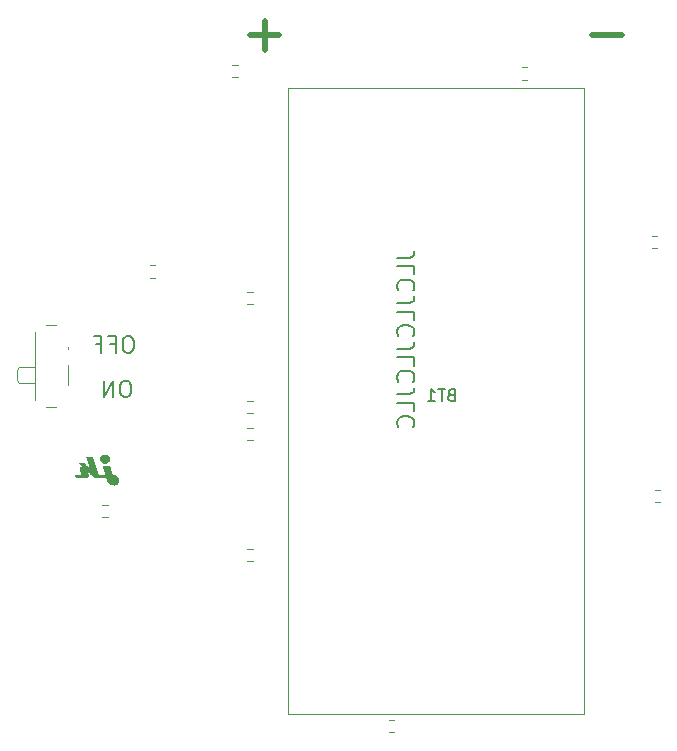
<source format=gbr>
%TF.GenerationSoftware,KiCad,Pcbnew,(5.1.10)-1*%
%TF.CreationDate,2021-12-02T14:30:59+01:00*%
%TF.ProjectId,TVZ_kuglica,54565a5f-6b75-4676-9c69-63612e6b6963,rev?*%
%TF.SameCoordinates,Original*%
%TF.FileFunction,Legend,Bot*%
%TF.FilePolarity,Positive*%
%FSLAX46Y46*%
G04 Gerber Fmt 4.6, Leading zero omitted, Abs format (unit mm)*
G04 Created by KiCad (PCBNEW (5.1.10)-1) date 2021-12-02 14:30:59*
%MOMM*%
%LPD*%
G01*
G04 APERTURE LIST*
%ADD10C,0.200000*%
%ADD11C,0.010000*%
%ADD12C,0.120000*%
%ADD13C,0.500000*%
%ADD14C,0.150000*%
G04 APERTURE END LIST*
D10*
X110616666Y-100983333D02*
X110350000Y-100983333D01*
X110216666Y-101050000D01*
X110083333Y-101183333D01*
X110016666Y-101450000D01*
X110016666Y-101916666D01*
X110083333Y-102183333D01*
X110216666Y-102316666D01*
X110350000Y-102383333D01*
X110616666Y-102383333D01*
X110750000Y-102316666D01*
X110883333Y-102183333D01*
X110950000Y-101916666D01*
X110950000Y-101450000D01*
X110883333Y-101183333D01*
X110750000Y-101050000D01*
X110616666Y-100983333D01*
X109416666Y-102383333D02*
X109416666Y-100983333D01*
X108616666Y-102383333D01*
X108616666Y-100983333D01*
X110833333Y-97233333D02*
X110566666Y-97233333D01*
X110433333Y-97300000D01*
X110300000Y-97433333D01*
X110233333Y-97700000D01*
X110233333Y-98166666D01*
X110300000Y-98433333D01*
X110433333Y-98566666D01*
X110566666Y-98633333D01*
X110833333Y-98633333D01*
X110966666Y-98566666D01*
X111100000Y-98433333D01*
X111166666Y-98166666D01*
X111166666Y-97700000D01*
X111100000Y-97433333D01*
X110966666Y-97300000D01*
X110833333Y-97233333D01*
X109166666Y-97900000D02*
X109633333Y-97900000D01*
X109633333Y-98633333D02*
X109633333Y-97233333D01*
X108966666Y-97233333D01*
X107966666Y-97900000D02*
X108433333Y-97900000D01*
X108433333Y-98633333D02*
X108433333Y-97233333D01*
X107766666Y-97233333D01*
X133428571Y-90571428D02*
X134500000Y-90571428D01*
X134714285Y-90500000D01*
X134857142Y-90357142D01*
X134928571Y-90142857D01*
X134928571Y-90000000D01*
X134928571Y-92000000D02*
X134928571Y-91285714D01*
X133428571Y-91285714D01*
X134785714Y-93357142D02*
X134857142Y-93285714D01*
X134928571Y-93071428D01*
X134928571Y-92928571D01*
X134857142Y-92714285D01*
X134714285Y-92571428D01*
X134571428Y-92500000D01*
X134285714Y-92428571D01*
X134071428Y-92428571D01*
X133785714Y-92500000D01*
X133642857Y-92571428D01*
X133500000Y-92714285D01*
X133428571Y-92928571D01*
X133428571Y-93071428D01*
X133500000Y-93285714D01*
X133571428Y-93357142D01*
X133428571Y-94428571D02*
X134500000Y-94428571D01*
X134714285Y-94357142D01*
X134857142Y-94214285D01*
X134928571Y-94000000D01*
X134928571Y-93857142D01*
X134928571Y-95857142D02*
X134928571Y-95142857D01*
X133428571Y-95142857D01*
X134785714Y-97214285D02*
X134857142Y-97142857D01*
X134928571Y-96928571D01*
X134928571Y-96785714D01*
X134857142Y-96571428D01*
X134714285Y-96428571D01*
X134571428Y-96357142D01*
X134285714Y-96285714D01*
X134071428Y-96285714D01*
X133785714Y-96357142D01*
X133642857Y-96428571D01*
X133500000Y-96571428D01*
X133428571Y-96785714D01*
X133428571Y-96928571D01*
X133500000Y-97142857D01*
X133571428Y-97214285D01*
X133428571Y-98285714D02*
X134500000Y-98285714D01*
X134714285Y-98214285D01*
X134857142Y-98071428D01*
X134928571Y-97857142D01*
X134928571Y-97714285D01*
X134928571Y-99714285D02*
X134928571Y-99000000D01*
X133428571Y-99000000D01*
X134785714Y-101071428D02*
X134857142Y-101000000D01*
X134928571Y-100785714D01*
X134928571Y-100642857D01*
X134857142Y-100428571D01*
X134714285Y-100285714D01*
X134571428Y-100214285D01*
X134285714Y-100142857D01*
X134071428Y-100142857D01*
X133785714Y-100214285D01*
X133642857Y-100285714D01*
X133500000Y-100428571D01*
X133428571Y-100642857D01*
X133428571Y-100785714D01*
X133500000Y-101000000D01*
X133571428Y-101071428D01*
X133428571Y-102142857D02*
X134500000Y-102142857D01*
X134714285Y-102071428D01*
X134857142Y-101928571D01*
X134928571Y-101714285D01*
X134928571Y-101571428D01*
X134928571Y-103571428D02*
X134928571Y-102857142D01*
X133428571Y-102857142D01*
X134785714Y-104928571D02*
X134857142Y-104857142D01*
X134928571Y-104642857D01*
X134928571Y-104500000D01*
X134857142Y-104285714D01*
X134714285Y-104142857D01*
X134571428Y-104071428D01*
X134285714Y-104000000D01*
X134071428Y-104000000D01*
X133785714Y-104071428D01*
X133642857Y-104142857D01*
X133500000Y-104285714D01*
X133428571Y-104500000D01*
X133428571Y-104642857D01*
X133500000Y-104857142D01*
X133571428Y-104928571D01*
D11*
%TO.C,G\u002A\u002A\u002A*%
G36*
X107338892Y-107426177D02*
G01*
X107280420Y-107426556D01*
X107235129Y-107427253D01*
X107201672Y-107428322D01*
X107178703Y-107429818D01*
X107164874Y-107431792D01*
X107158840Y-107434301D01*
X107158436Y-107436184D01*
X107161260Y-107444930D01*
X107168336Y-107467349D01*
X107179201Y-107501955D01*
X107193393Y-107547262D01*
X107210447Y-107601786D01*
X107229902Y-107664039D01*
X107251293Y-107732538D01*
X107274157Y-107805795D01*
X107298032Y-107882326D01*
X107322454Y-107960645D01*
X107346960Y-108039266D01*
X107371086Y-108116704D01*
X107394370Y-108191472D01*
X107416349Y-108262086D01*
X107436558Y-108327060D01*
X107454536Y-108384908D01*
X107469818Y-108434145D01*
X107481941Y-108473284D01*
X107490444Y-108500841D01*
X107493917Y-108512196D01*
X107495972Y-108518736D01*
X107497517Y-108524186D01*
X107497865Y-108527871D01*
X107496331Y-108529119D01*
X107492228Y-108527256D01*
X107484869Y-108521608D01*
X107473570Y-108511502D01*
X107457643Y-108496265D01*
X107436402Y-108475223D01*
X107409161Y-108447703D01*
X107375233Y-108413031D01*
X107333934Y-108370534D01*
X107284575Y-108319538D01*
X107226472Y-108259371D01*
X107158938Y-108189357D01*
X107081286Y-108108826D01*
X107053148Y-108079645D01*
X106914157Y-107935508D01*
X106743642Y-107934785D01*
X106573128Y-107934063D01*
X106656318Y-108019391D01*
X106694827Y-108058881D01*
X106739098Y-108104266D01*
X106783799Y-108150081D01*
X106823600Y-108190862D01*
X106825533Y-108192843D01*
X106911558Y-108280966D01*
X106822547Y-108286599D01*
X106761234Y-108292307D01*
X106713357Y-108301259D01*
X106676665Y-108314255D01*
X106648909Y-108332092D01*
X106627838Y-108355571D01*
X106627696Y-108355775D01*
X106616602Y-108373970D01*
X106608913Y-108392990D01*
X106604860Y-108414560D01*
X106604672Y-108440403D01*
X106608580Y-108472243D01*
X106616813Y-108511805D01*
X106629601Y-108560812D01*
X106647173Y-108620987D01*
X106669759Y-108694057D01*
X106674982Y-108710636D01*
X106692582Y-108766614D01*
X106708508Y-108817738D01*
X106722158Y-108862033D01*
X106732926Y-108897523D01*
X106740210Y-108922233D01*
X106743405Y-108934185D01*
X106743500Y-108934870D01*
X106735792Y-108936664D01*
X106713579Y-108938261D01*
X106678231Y-108939628D01*
X106631118Y-108940731D01*
X106573611Y-108941536D01*
X106507078Y-108942008D01*
X106449813Y-108942125D01*
X106363565Y-108942341D01*
X106291932Y-108942983D01*
X106235155Y-108944046D01*
X106193477Y-108945523D01*
X106167140Y-108947407D01*
X106156387Y-108949691D01*
X106156125Y-108950149D01*
X106159277Y-108961451D01*
X106167340Y-108981585D01*
X106173731Y-108995790D01*
X106205352Y-109045252D01*
X106250312Y-109088762D01*
X106306761Y-109124978D01*
X106372847Y-109152557D01*
X106401252Y-109160790D01*
X106414956Y-109163738D01*
X106431846Y-109166145D01*
X106453418Y-109168048D01*
X106481172Y-109169483D01*
X106516605Y-109170485D01*
X106561215Y-109171091D01*
X106616499Y-109171337D01*
X106683957Y-109171260D01*
X106765085Y-109170896D01*
X106808393Y-109170635D01*
X106893364Y-109170076D01*
X106963946Y-109169527D01*
X107021621Y-109168914D01*
X107067876Y-109168164D01*
X107104195Y-109167202D01*
X107132062Y-109165954D01*
X107152962Y-109164344D01*
X107168381Y-109162300D01*
X107179801Y-109159746D01*
X107188709Y-109156608D01*
X107196589Y-109152812D01*
X107199907Y-109151027D01*
X107225104Y-109132825D01*
X107247448Y-109109599D01*
X107251280Y-109104305D01*
X107262120Y-109085338D01*
X107267959Y-109065808D01*
X107270072Y-109039880D01*
X107270078Y-109018435D01*
X107269150Y-108999164D01*
X107266578Y-108978231D01*
X107261833Y-108953557D01*
X107254391Y-108923064D01*
X107243727Y-108884672D01*
X107229313Y-108836303D01*
X107210624Y-108775877D01*
X107200845Y-108744724D01*
X107183308Y-108688899D01*
X107167434Y-108638113D01*
X107153821Y-108594304D01*
X107143070Y-108559408D01*
X107135778Y-108535362D01*
X107132545Y-108524105D01*
X107132438Y-108523544D01*
X107137903Y-108527520D01*
X107153159Y-108540888D01*
X107176502Y-108562096D01*
X107206227Y-108589589D01*
X107240627Y-108621814D01*
X107249516Y-108630199D01*
X107287568Y-108665913D01*
X107334396Y-108709499D01*
X107386999Y-108758186D01*
X107442374Y-108809201D01*
X107497522Y-108859773D01*
X107545188Y-108903263D01*
X107610521Y-108962670D01*
X107665721Y-109012367D01*
X107712476Y-109053237D01*
X107752477Y-109086166D01*
X107787411Y-109112038D01*
X107818967Y-109131736D01*
X107848836Y-109146147D01*
X107878704Y-109156153D01*
X107910262Y-109162640D01*
X107945198Y-109166492D01*
X107985202Y-109168594D01*
X108031962Y-109169829D01*
X108055172Y-109170327D01*
X108109027Y-109171140D01*
X108153219Y-109171068D01*
X108186147Y-109170152D01*
X108206205Y-109168433D01*
X108211938Y-109166335D01*
X108209515Y-109155368D01*
X108203220Y-109134386D01*
X108196063Y-109112781D01*
X108187663Y-109087273D01*
X108181908Y-109067708D01*
X108180188Y-109059472D01*
X108185635Y-109060300D01*
X108199853Y-109069526D01*
X108217891Y-109083638D01*
X108257730Y-109113474D01*
X108298026Y-109135710D01*
X108345705Y-109154355D01*
X108360431Y-109158287D01*
X108380337Y-109161490D01*
X108407248Y-109164074D01*
X108442986Y-109166147D01*
X108489377Y-109167818D01*
X108548243Y-109169199D01*
X108610526Y-109170240D01*
X108838457Y-109173582D01*
X108874915Y-109285743D01*
X108909114Y-109380680D01*
X108946014Y-109461757D01*
X108987047Y-109530936D01*
X109033642Y-109590179D01*
X109087229Y-109641450D01*
X109149238Y-109686712D01*
X109181244Y-109706206D01*
X109236762Y-109733073D01*
X109299737Y-109754851D01*
X109366720Y-109771042D01*
X109434261Y-109781147D01*
X109498908Y-109784668D01*
X109557213Y-109781106D01*
X109605725Y-109769963D01*
X109610420Y-109768211D01*
X109667550Y-109740076D01*
X109714285Y-109703422D01*
X109753330Y-109655707D01*
X109780650Y-109608257D01*
X109802334Y-109557599D01*
X109815786Y-109506239D01*
X109822196Y-109448633D01*
X109822851Y-109422344D01*
X109533307Y-109422344D01*
X109533075Y-109459315D01*
X109531622Y-109484720D01*
X109528077Y-109502861D01*
X109521566Y-109518043D01*
X109511219Y-109534570D01*
X109510282Y-109535956D01*
X109494868Y-109556116D01*
X109485033Y-109562454D01*
X109481380Y-109559768D01*
X109477427Y-109549525D01*
X109469412Y-109526389D01*
X109458081Y-109492596D01*
X109444178Y-109450382D01*
X109428449Y-109401985D01*
X109417802Y-109368908D01*
X109401780Y-109318243D01*
X109387811Y-109272724D01*
X109376514Y-109234480D01*
X109368509Y-109205640D01*
X109364412Y-109188335D01*
X109364160Y-109184257D01*
X109374942Y-109183591D01*
X109394220Y-109190568D01*
X109417957Y-109203087D01*
X109442116Y-109219048D01*
X109460796Y-109234535D01*
X109483000Y-109259597D01*
X109504350Y-109289783D01*
X109512199Y-109303281D01*
X109522102Y-109323828D01*
X109528327Y-109343076D01*
X109531709Y-109365752D01*
X109533089Y-109396582D01*
X109533307Y-109422344D01*
X109822851Y-109422344D01*
X109823156Y-109410121D01*
X109818662Y-109330831D01*
X109804141Y-109261654D01*
X109778354Y-109199482D01*
X109740065Y-109141208D01*
X109696427Y-109092077D01*
X109661668Y-109058816D01*
X109630514Y-109034095D01*
X109597140Y-109013682D01*
X109569250Y-108999648D01*
X109497429Y-108970834D01*
X109424607Y-108951385D01*
X109355738Y-108942536D01*
X109339015Y-108942125D01*
X109293289Y-108942125D01*
X109241388Y-108781391D01*
X109224109Y-108727869D01*
X109203353Y-108663557D01*
X109180513Y-108592775D01*
X109156982Y-108519841D01*
X109134155Y-108449076D01*
X109119733Y-108404359D01*
X109049980Y-108188062D01*
X108793678Y-108188063D01*
X108731701Y-108188257D01*
X108675123Y-108188809D01*
X108625812Y-108189670D01*
X108585639Y-108190794D01*
X108556475Y-108192131D01*
X108540188Y-108193635D01*
X108537375Y-108194602D01*
X108539682Y-108203261D01*
X108546296Y-108225572D01*
X108556758Y-108260045D01*
X108570609Y-108305189D01*
X108587390Y-108359513D01*
X108606641Y-108421528D01*
X108627905Y-108489742D01*
X108650720Y-108562665D01*
X108652469Y-108568245D01*
X108675363Y-108641334D01*
X108696741Y-108709717D01*
X108716146Y-108771920D01*
X108733120Y-108826467D01*
X108747206Y-108871886D01*
X108757944Y-108906703D01*
X108764877Y-108929442D01*
X108767547Y-108938630D01*
X108767563Y-108938737D01*
X108759908Y-108939482D01*
X108738072Y-108940170D01*
X108703750Y-108940783D01*
X108658635Y-108941303D01*
X108604422Y-108941711D01*
X108542806Y-108941989D01*
X108475480Y-108942118D01*
X108455283Y-108942125D01*
X108143004Y-108942125D01*
X107669228Y-107426063D01*
X107411890Y-107426063D01*
X107338892Y-107426177D01*
G37*
X107338892Y-107426177D02*
X107280420Y-107426556D01*
X107235129Y-107427253D01*
X107201672Y-107428322D01*
X107178703Y-107429818D01*
X107164874Y-107431792D01*
X107158840Y-107434301D01*
X107158436Y-107436184D01*
X107161260Y-107444930D01*
X107168336Y-107467349D01*
X107179201Y-107501955D01*
X107193393Y-107547262D01*
X107210447Y-107601786D01*
X107229902Y-107664039D01*
X107251293Y-107732538D01*
X107274157Y-107805795D01*
X107298032Y-107882326D01*
X107322454Y-107960645D01*
X107346960Y-108039266D01*
X107371086Y-108116704D01*
X107394370Y-108191472D01*
X107416349Y-108262086D01*
X107436558Y-108327060D01*
X107454536Y-108384908D01*
X107469818Y-108434145D01*
X107481941Y-108473284D01*
X107490444Y-108500841D01*
X107493917Y-108512196D01*
X107495972Y-108518736D01*
X107497517Y-108524186D01*
X107497865Y-108527871D01*
X107496331Y-108529119D01*
X107492228Y-108527256D01*
X107484869Y-108521608D01*
X107473570Y-108511502D01*
X107457643Y-108496265D01*
X107436402Y-108475223D01*
X107409161Y-108447703D01*
X107375233Y-108413031D01*
X107333934Y-108370534D01*
X107284575Y-108319538D01*
X107226472Y-108259371D01*
X107158938Y-108189357D01*
X107081286Y-108108826D01*
X107053148Y-108079645D01*
X106914157Y-107935508D01*
X106743642Y-107934785D01*
X106573128Y-107934063D01*
X106656318Y-108019391D01*
X106694827Y-108058881D01*
X106739098Y-108104266D01*
X106783799Y-108150081D01*
X106823600Y-108190862D01*
X106825533Y-108192843D01*
X106911558Y-108280966D01*
X106822547Y-108286599D01*
X106761234Y-108292307D01*
X106713357Y-108301259D01*
X106676665Y-108314255D01*
X106648909Y-108332092D01*
X106627838Y-108355571D01*
X106627696Y-108355775D01*
X106616602Y-108373970D01*
X106608913Y-108392990D01*
X106604860Y-108414560D01*
X106604672Y-108440403D01*
X106608580Y-108472243D01*
X106616813Y-108511805D01*
X106629601Y-108560812D01*
X106647173Y-108620987D01*
X106669759Y-108694057D01*
X106674982Y-108710636D01*
X106692582Y-108766614D01*
X106708508Y-108817738D01*
X106722158Y-108862033D01*
X106732926Y-108897523D01*
X106740210Y-108922233D01*
X106743405Y-108934185D01*
X106743500Y-108934870D01*
X106735792Y-108936664D01*
X106713579Y-108938261D01*
X106678231Y-108939628D01*
X106631118Y-108940731D01*
X106573611Y-108941536D01*
X106507078Y-108942008D01*
X106449813Y-108942125D01*
X106363565Y-108942341D01*
X106291932Y-108942983D01*
X106235155Y-108944046D01*
X106193477Y-108945523D01*
X106167140Y-108947407D01*
X106156387Y-108949691D01*
X106156125Y-108950149D01*
X106159277Y-108961451D01*
X106167340Y-108981585D01*
X106173731Y-108995790D01*
X106205352Y-109045252D01*
X106250312Y-109088762D01*
X106306761Y-109124978D01*
X106372847Y-109152557D01*
X106401252Y-109160790D01*
X106414956Y-109163738D01*
X106431846Y-109166145D01*
X106453418Y-109168048D01*
X106481172Y-109169483D01*
X106516605Y-109170485D01*
X106561215Y-109171091D01*
X106616499Y-109171337D01*
X106683957Y-109171260D01*
X106765085Y-109170896D01*
X106808393Y-109170635D01*
X106893364Y-109170076D01*
X106963946Y-109169527D01*
X107021621Y-109168914D01*
X107067876Y-109168164D01*
X107104195Y-109167202D01*
X107132062Y-109165954D01*
X107152962Y-109164344D01*
X107168381Y-109162300D01*
X107179801Y-109159746D01*
X107188709Y-109156608D01*
X107196589Y-109152812D01*
X107199907Y-109151027D01*
X107225104Y-109132825D01*
X107247448Y-109109599D01*
X107251280Y-109104305D01*
X107262120Y-109085338D01*
X107267959Y-109065808D01*
X107270072Y-109039880D01*
X107270078Y-109018435D01*
X107269150Y-108999164D01*
X107266578Y-108978231D01*
X107261833Y-108953557D01*
X107254391Y-108923064D01*
X107243727Y-108884672D01*
X107229313Y-108836303D01*
X107210624Y-108775877D01*
X107200845Y-108744724D01*
X107183308Y-108688899D01*
X107167434Y-108638113D01*
X107153821Y-108594304D01*
X107143070Y-108559408D01*
X107135778Y-108535362D01*
X107132545Y-108524105D01*
X107132438Y-108523544D01*
X107137903Y-108527520D01*
X107153159Y-108540888D01*
X107176502Y-108562096D01*
X107206227Y-108589589D01*
X107240627Y-108621814D01*
X107249516Y-108630199D01*
X107287568Y-108665913D01*
X107334396Y-108709499D01*
X107386999Y-108758186D01*
X107442374Y-108809201D01*
X107497522Y-108859773D01*
X107545188Y-108903263D01*
X107610521Y-108962670D01*
X107665721Y-109012367D01*
X107712476Y-109053237D01*
X107752477Y-109086166D01*
X107787411Y-109112038D01*
X107818967Y-109131736D01*
X107848836Y-109146147D01*
X107878704Y-109156153D01*
X107910262Y-109162640D01*
X107945198Y-109166492D01*
X107985202Y-109168594D01*
X108031962Y-109169829D01*
X108055172Y-109170327D01*
X108109027Y-109171140D01*
X108153219Y-109171068D01*
X108186147Y-109170152D01*
X108206205Y-109168433D01*
X108211938Y-109166335D01*
X108209515Y-109155368D01*
X108203220Y-109134386D01*
X108196063Y-109112781D01*
X108187663Y-109087273D01*
X108181908Y-109067708D01*
X108180188Y-109059472D01*
X108185635Y-109060300D01*
X108199853Y-109069526D01*
X108217891Y-109083638D01*
X108257730Y-109113474D01*
X108298026Y-109135710D01*
X108345705Y-109154355D01*
X108360431Y-109158287D01*
X108380337Y-109161490D01*
X108407248Y-109164074D01*
X108442986Y-109166147D01*
X108489377Y-109167818D01*
X108548243Y-109169199D01*
X108610526Y-109170240D01*
X108838457Y-109173582D01*
X108874915Y-109285743D01*
X108909114Y-109380680D01*
X108946014Y-109461757D01*
X108987047Y-109530936D01*
X109033642Y-109590179D01*
X109087229Y-109641450D01*
X109149238Y-109686712D01*
X109181244Y-109706206D01*
X109236762Y-109733073D01*
X109299737Y-109754851D01*
X109366720Y-109771042D01*
X109434261Y-109781147D01*
X109498908Y-109784668D01*
X109557213Y-109781106D01*
X109605725Y-109769963D01*
X109610420Y-109768211D01*
X109667550Y-109740076D01*
X109714285Y-109703422D01*
X109753330Y-109655707D01*
X109780650Y-109608257D01*
X109802334Y-109557599D01*
X109815786Y-109506239D01*
X109822196Y-109448633D01*
X109822851Y-109422344D01*
X109533307Y-109422344D01*
X109533075Y-109459315D01*
X109531622Y-109484720D01*
X109528077Y-109502861D01*
X109521566Y-109518043D01*
X109511219Y-109534570D01*
X109510282Y-109535956D01*
X109494868Y-109556116D01*
X109485033Y-109562454D01*
X109481380Y-109559768D01*
X109477427Y-109549525D01*
X109469412Y-109526389D01*
X109458081Y-109492596D01*
X109444178Y-109450382D01*
X109428449Y-109401985D01*
X109417802Y-109368908D01*
X109401780Y-109318243D01*
X109387811Y-109272724D01*
X109376514Y-109234480D01*
X109368509Y-109205640D01*
X109364412Y-109188335D01*
X109364160Y-109184257D01*
X109374942Y-109183591D01*
X109394220Y-109190568D01*
X109417957Y-109203087D01*
X109442116Y-109219048D01*
X109460796Y-109234535D01*
X109483000Y-109259597D01*
X109504350Y-109289783D01*
X109512199Y-109303281D01*
X109522102Y-109323828D01*
X109528327Y-109343076D01*
X109531709Y-109365752D01*
X109533089Y-109396582D01*
X109533307Y-109422344D01*
X109822851Y-109422344D01*
X109823156Y-109410121D01*
X109818662Y-109330831D01*
X109804141Y-109261654D01*
X109778354Y-109199482D01*
X109740065Y-109141208D01*
X109696427Y-109092077D01*
X109661668Y-109058816D01*
X109630514Y-109034095D01*
X109597140Y-109013682D01*
X109569250Y-108999648D01*
X109497429Y-108970834D01*
X109424607Y-108951385D01*
X109355738Y-108942536D01*
X109339015Y-108942125D01*
X109293289Y-108942125D01*
X109241388Y-108781391D01*
X109224109Y-108727869D01*
X109203353Y-108663557D01*
X109180513Y-108592775D01*
X109156982Y-108519841D01*
X109134155Y-108449076D01*
X109119733Y-108404359D01*
X109049980Y-108188062D01*
X108793678Y-108188063D01*
X108731701Y-108188257D01*
X108675123Y-108188809D01*
X108625812Y-108189670D01*
X108585639Y-108190794D01*
X108556475Y-108192131D01*
X108540188Y-108193635D01*
X108537375Y-108194602D01*
X108539682Y-108203261D01*
X108546296Y-108225572D01*
X108556758Y-108260045D01*
X108570609Y-108305189D01*
X108587390Y-108359513D01*
X108606641Y-108421528D01*
X108627905Y-108489742D01*
X108650720Y-108562665D01*
X108652469Y-108568245D01*
X108675363Y-108641334D01*
X108696741Y-108709717D01*
X108716146Y-108771920D01*
X108733120Y-108826467D01*
X108747206Y-108871886D01*
X108757944Y-108906703D01*
X108764877Y-108929442D01*
X108767547Y-108938630D01*
X108767563Y-108938737D01*
X108759908Y-108939482D01*
X108738072Y-108940170D01*
X108703750Y-108940783D01*
X108658635Y-108941303D01*
X108604422Y-108941711D01*
X108542806Y-108941989D01*
X108475480Y-108942118D01*
X108455283Y-108942125D01*
X108143004Y-108942125D01*
X107669228Y-107426063D01*
X107411890Y-107426063D01*
X107338892Y-107426177D01*
G36*
X108665721Y-107260609D02*
G01*
X108618635Y-107264585D01*
X108587925Y-107270409D01*
X108530352Y-107291801D01*
X108473314Y-107323897D01*
X108420993Y-107363665D01*
X108377574Y-107408074D01*
X108355667Y-107438715D01*
X108330701Y-107494254D01*
X108317328Y-107556605D01*
X108315508Y-107621778D01*
X108325199Y-107685780D01*
X108346362Y-107744623D01*
X108358997Y-107767375D01*
X108401320Y-107821145D01*
X108455016Y-107868082D01*
X108516043Y-107905135D01*
X108569547Y-107926251D01*
X108605024Y-107933912D01*
X108648598Y-107939053D01*
X108695397Y-107941538D01*
X108740546Y-107941229D01*
X108779170Y-107937990D01*
X108803282Y-107932813D01*
X108875287Y-107904220D01*
X108934297Y-107870284D01*
X108982719Y-107829496D01*
X109001395Y-107808867D01*
X109037395Y-107759714D01*
X109060832Y-107711650D01*
X109073282Y-107659973D01*
X109076315Y-107599983D01*
X109075916Y-107586186D01*
X109073473Y-107547909D01*
X109068709Y-107518889D01*
X109060083Y-107492524D01*
X109047709Y-107465550D01*
X109009841Y-107406178D01*
X108959677Y-107353888D01*
X108900049Y-107310951D01*
X108833790Y-107279638D01*
X108804326Y-107270409D01*
X108765002Y-107263521D01*
X108716655Y-107260254D01*
X108665721Y-107260609D01*
G37*
X108665721Y-107260609D02*
X108618635Y-107264585D01*
X108587925Y-107270409D01*
X108530352Y-107291801D01*
X108473314Y-107323897D01*
X108420993Y-107363665D01*
X108377574Y-107408074D01*
X108355667Y-107438715D01*
X108330701Y-107494254D01*
X108317328Y-107556605D01*
X108315508Y-107621778D01*
X108325199Y-107685780D01*
X108346362Y-107744623D01*
X108358997Y-107767375D01*
X108401320Y-107821145D01*
X108455016Y-107868082D01*
X108516043Y-107905135D01*
X108569547Y-107926251D01*
X108605024Y-107933912D01*
X108648598Y-107939053D01*
X108695397Y-107941538D01*
X108740546Y-107941229D01*
X108779170Y-107937990D01*
X108803282Y-107932813D01*
X108875287Y-107904220D01*
X108934297Y-107870284D01*
X108982719Y-107829496D01*
X109001395Y-107808867D01*
X109037395Y-107759714D01*
X109060832Y-107711650D01*
X109073282Y-107659973D01*
X109076315Y-107599983D01*
X109075916Y-107586186D01*
X109073473Y-107547909D01*
X109068709Y-107518889D01*
X109060083Y-107492524D01*
X109047709Y-107465550D01*
X109009841Y-107406178D01*
X108959677Y-107353888D01*
X108900049Y-107310951D01*
X108833790Y-107279638D01*
X108804326Y-107270409D01*
X108765002Y-107263521D01*
X108716655Y-107260254D01*
X108665721Y-107260609D01*
D12*
%TO.C,SW1*%
X103780000Y-96300000D02*
X104570000Y-96300000D01*
X104570000Y-103200000D02*
X103780000Y-103200000D01*
X105620000Y-101350000D02*
X105620000Y-99650000D01*
X102770000Y-102600000D02*
X102770000Y-96900000D01*
X101480000Y-99850000D02*
X102770000Y-99850000D01*
X101270000Y-100950000D02*
X101270000Y-100050000D01*
X102770000Y-101150000D02*
X101480000Y-101150000D01*
X101480000Y-99850000D02*
X101270000Y-100050000D01*
X101480000Y-101150000D02*
X101270000Y-100950000D01*
X105620000Y-98350000D02*
X105620000Y-98150000D01*
%TO.C,BT1*%
X124250000Y-129250000D02*
X149250000Y-129250000D01*
X149250000Y-129250000D02*
X149250000Y-76250000D01*
X149250000Y-76250000D02*
X124250000Y-76250000D01*
X124250000Y-129250000D02*
X124250000Y-76250000D01*
D13*
X122250000Y-73000000D02*
X122250000Y-70500000D01*
X121000000Y-71750000D02*
X123500000Y-71750000D01*
X152500000Y-71750000D02*
X150000000Y-71750000D01*
D12*
%TO.C,R1*%
X112512742Y-91227500D02*
X112987258Y-91227500D01*
X112512742Y-92272500D02*
X112987258Y-92272500D01*
%TO.C,R2*%
X119512742Y-75272500D02*
X119987258Y-75272500D01*
X119512742Y-74227500D02*
X119987258Y-74227500D01*
%TO.C,R3*%
X144012742Y-74477500D02*
X144487258Y-74477500D01*
X144012742Y-75522500D02*
X144487258Y-75522500D01*
%TO.C,R4*%
X120762742Y-103772500D02*
X121237258Y-103772500D01*
X120762742Y-102727500D02*
X121237258Y-102727500D01*
%TO.C,R5*%
X108512742Y-111477500D02*
X108987258Y-111477500D01*
X108512742Y-112522500D02*
X108987258Y-112522500D01*
%TO.C,R6*%
X120762742Y-116272500D02*
X121237258Y-116272500D01*
X120762742Y-115227500D02*
X121237258Y-115227500D01*
%TO.C,R7*%
X132762742Y-129727500D02*
X133237258Y-129727500D01*
X132762742Y-130772500D02*
X133237258Y-130772500D01*
%TO.C,R8*%
X155262742Y-111272500D02*
X155737258Y-111272500D01*
X155262742Y-110227500D02*
X155737258Y-110227500D01*
%TO.C,R9*%
X155012742Y-88727500D02*
X155487258Y-88727500D01*
X155012742Y-89772500D02*
X155487258Y-89772500D01*
%TO.C,R10*%
X120762742Y-106022500D02*
X121237258Y-106022500D01*
X120762742Y-104977500D02*
X121237258Y-104977500D01*
%TO.C,R11*%
X120762742Y-93477500D02*
X121237258Y-93477500D01*
X120762742Y-94522500D02*
X121237258Y-94522500D01*
%TO.C,BT1*%
D14*
X138035714Y-102178571D02*
X137892857Y-102226190D01*
X137845238Y-102273809D01*
X137797619Y-102369047D01*
X137797619Y-102511904D01*
X137845238Y-102607142D01*
X137892857Y-102654761D01*
X137988095Y-102702380D01*
X138369047Y-102702380D01*
X138369047Y-101702380D01*
X138035714Y-101702380D01*
X137940476Y-101750000D01*
X137892857Y-101797619D01*
X137845238Y-101892857D01*
X137845238Y-101988095D01*
X137892857Y-102083333D01*
X137940476Y-102130952D01*
X138035714Y-102178571D01*
X138369047Y-102178571D01*
X137511904Y-101702380D02*
X136940476Y-101702380D01*
X137226190Y-102702380D02*
X137226190Y-101702380D01*
X136083333Y-102702380D02*
X136654761Y-102702380D01*
X136369047Y-102702380D02*
X136369047Y-101702380D01*
X136464285Y-101845238D01*
X136559523Y-101940476D01*
X136654761Y-101988095D01*
%TD*%
M02*

</source>
